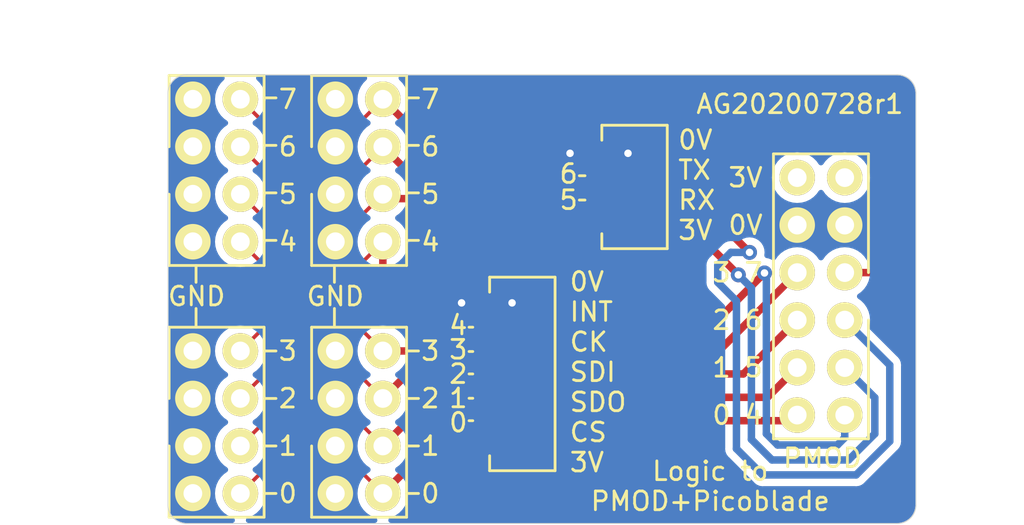
<source format=kicad_pcb>
(kicad_pcb (version 20221018) (generator pcbnew)
  (layers (0 "F.Cu" signal) (31 "B.Cu" signal) (34 "B.Paste" user) (35 "F.Paste" user) (36 "B.SilkS" user "B.Silkscreen") (37 "F.SilkS" user "F.Silkscreen") (38 "B.Mask" user) (39 "F.Mask" user) (44 "Edge.Cuts" user))
  (net 0 "")
  (net 1 "/PMOD3")
  (net 2 "GND")
  (net 3 "/PMOD2")
  (net 4 "/PMOD1")
  (net 5 "/PMOD0")
  (net 6 "/PMOD4")
  (net 7 "/PMOD7")
  (net 8 "/PMOD6")
  (net 9 "/PMOD5")
  (footprint "agg:DIL-254P-08" (layer "F.Cu") (at 101.6 76.581 -90)
    (fp_text reference "J1")
    (fp_text value "SALEAE_0-3")
    (fp_line (start -5.08 -2.54) (end 5.08 -2.54) (stroke (width 0.15)) (layer "F.SilkS"))
    (fp_line (start -5.08 2.54) (end -5.08 -2.54) (stroke (width 0.15)) (layer "F.SilkS"))
    (fp_line (start -1.27 2.54) (end -5.08 2.54) (stroke (width 0.15)) (layer "F.SilkS"))
    (fp_line (start 5.08 -2.54) (end 5.08 2.54) (stroke (width 0.15)) (layer "F.SilkS"))
    (fp_line (start 5.08 2.54) (end 1.27 2.54) (stroke (width 0.15)) (layer "F.SilkS"))
    (pad "1" thru_hole circle (at -3.81 1.27 270) (size 1.9 1.9) (drill 1) (layers "*.Cu" "*.Mask" "F.SilkS") (net 2 "GND"))
    (pad "2" thru_hole circle (at -3.81 -1.27 270) (size 1.9 1.9) (drill 1) (layers "*.Cu" "*.Mask" "F.SilkS") (net 1 "/PMOD3"))
    (pad "3" thru_hole circle (at -1.27 1.27 270) (size 1.9 1.9) (drill 1) (layers "*.Cu" "*.Mask" "F.SilkS") (net 2 "GND"))
    (pad "4" thru_hole circle (at -1.27 -1.27 270) (size 1.9 1.9) (drill 1) (layers "*.Cu" "*.Mask" "F.SilkS") (net 3 "/PMOD2"))
    (pad "5" thru_hole circle (at 1.27 1.27 270) (size 1.9 1.9) (drill 1) (layers "*.Cu" "*.Mask" "F.SilkS") (net 2 "GND"))
    (pad "6" thru_hole circle (at 1.27 -1.27 270) (size 1.9 1.9) (drill 1) (layers "*.Cu" "*.Mask" "F.SilkS") (net 4 "/PMOD1"))
    (pad "7" thru_hole circle (at 3.81 1.27 270) (size 1.9 1.9) (drill 1) (layers "*.Cu" "*.Mask" "F.SilkS") (net 2 "GND"))
    (pad "8" thru_hole circle (at 3.81 -1.27 270) (size 1.9 1.9) (drill 1) (layers "*.Cu" "*.Mask" "F.SilkS") (net 5 "/PMOD0"))
  )
  (footprint "agg:DIL-254P-08" (layer "F.Cu") (at 109.22 76.581 -90)
    (fp_text reference "J2")
    (fp_text value "SALEAE_0-3")
    (fp_line (start -5.08 -2.54) (end 5.08 -2.54) (stroke (width 0.15)) (layer "F.SilkS"))
    (fp_line (start -5.08 2.54) (end -5.08 -2.54) (stroke (width 0.15)) (layer "F.SilkS"))
    (fp_line (start -1.27 2.54) (end -5.08 2.54) (stroke (width 0.15)) (layer "F.SilkS"))
    (fp_line (start 5.08 -2.54) (end 5.08 2.54) (stroke (width 0.15)) (layer "F.SilkS"))
    (fp_line (start 5.08 2.54) (end 1.27 2.54) (stroke (width 0.15)) (layer "F.SilkS"))
    (pad "1" thru_hole circle (at -3.81 1.27 270) (size 1.9 1.9) (drill 1) (layers "*.Cu" "*.Mask" "F.SilkS") (net 2 "GND"))
    (pad "2" thru_hole circle (at -3.81 -1.27 270) (size 1.9 1.9) (drill 1) (layers "*.Cu" "*.Mask" "F.SilkS") (net 1 "/PMOD3"))
    (pad "3" thru_hole circle (at -1.27 1.27 270) (size 1.9 1.9) (drill 1) (layers "*.Cu" "*.Mask" "F.SilkS") (net 2 "GND"))
    (pad "4" thru_hole circle (at -1.27 -1.27 270) (size 1.9 1.9) (drill 1) (layers "*.Cu" "*.Mask" "F.SilkS") (net 3 "/PMOD2"))
    (pad "5" thru_hole circle (at 1.27 1.27 270) (size 1.9 1.9) (drill 1) (layers "*.Cu" "*.Mask" "F.SilkS") (net 2 "GND"))
    (pad "6" thru_hole circle (at 1.27 -1.27 270) (size 1.9 1.9) (drill 1) (layers "*.Cu" "*.Mask" "F.SilkS") (net 4 "/PMOD1"))
    (pad "7" thru_hole circle (at 3.81 1.27 270) (size 1.9 1.9) (drill 1) (layers "*.Cu" "*.Mask" "F.SilkS") (net 2 "GND"))
    (pad "8" thru_hole circle (at 3.81 -1.27 270) (size 1.9 1.9) (drill 1) (layers "*.Cu" "*.Mask" "F.SilkS") (net 5 "/PMOD0"))
  )
  (footprint "agg:DIL-254P-12" (layer "F.Cu") (at 133.92 69.85 90)
    (fp_text reference "J4")
    (fp_text value "PMOD")
    (fp_line (start -7.62 -2.54) (end 7.62 -2.54) (stroke (width 0.15)) (layer "F.SilkS"))
    (fp_line (start -7.62 2.54) (end -7.62 -2.54) (stroke (width 0.15)) (layer "F.SilkS"))
    (fp_line (start -1.27 2.54) (end -7.62 2.54) (stroke (width 0.15)) (layer "F.SilkS"))
    (fp_line (start 7.62 -2.54) (end 7.62 2.54) (stroke (width 0.15)) (layer "F.SilkS"))
    (fp_line (start 7.62 2.54) (end 1.27 2.54) (stroke (width 0.15)) (layer "F.SilkS"))
    (pad "1" thru_hole circle (at -6.35 1.27 90) (size 1.9 1.9) (drill 1) (layers "*.Cu" "*.Mask" "F.SilkS") (net 6 "/PMOD4"))
    (pad "2" thru_hole circle (at -6.35 -1.27 90) (size 1.9 1.9) (drill 1) (layers "*.Cu" "*.Mask" "F.SilkS") (net 5 "/PMOD0"))
    (pad "3" thru_hole circle (at -3.81 1.27 90) (size 1.9 1.9) (drill 1) (layers "*.Cu" "*.Mask" "F.SilkS") (net 9 "/PMOD5"))
    (pad "4" thru_hole circle (at -3.81 -1.27 90) (size 1.9 1.9) (drill 1) (layers "*.Cu" "*.Mask" "F.SilkS") (net 4 "/PMOD1"))
    (pad "5" thru_hole circle (at -1.27 1.27 90) (size 1.9 1.9) (drill 1) (layers "*.Cu" "*.Mask" "F.SilkS") (net 8 "/PMOD6"))
    (pad "6" thru_hole circle (at -1.27 -1.27 90) (size 1.9 1.9) (drill 1) (layers "*.Cu" "*.Mask" "F.SilkS") (net 3 "/PMOD2"))
    (pad "7" thru_hole circle (at 1.27 1.27 90) (size 1.9 1.9) (drill 1) (layers "*.Cu" "*.Mask" "F.SilkS") (net 7 "/PMOD7"))
    (pad "8" thru_hole circle (at 1.27 -1.27 90) (size 1.9 1.9) (drill 1) (layers "*.Cu" "*.Mask" "F.SilkS") (net 1 "/PMOD3"))
    (pad "9" thru_hole circle (at 3.81 1.27 90) (size 1.9 1.9) (drill 1) (layers "*.Cu" "*.Mask" "F.SilkS") (net 2 "GND"))
    (pad "10" thru_hole circle (at 3.81 -1.27 90) (size 1.9 1.9) (drill 1) (layers "*.Cu" "*.Mask" "F.SilkS") (net 2 "GND"))
    (pad "11" thru_hole circle (at 6.35 1.27 90) (size 1.9 1.9) (drill 1) (layers "*.Cu" "*.Mask" "F.SilkS"))
    (pad "12" thru_hole circle (at 6.35 -1.27 90) (size 1.9 1.9) (drill 1) (layers "*.Cu" "*.Mask" "F.SilkS"))
  )
  (footprint "agg:DIL-254P-08" (layer "F.Cu") (at 101.6 63.119 -90)
    (fp_text reference "J5")
    (fp_text value "SALEAE_4-7")
    (fp_line (start -5.08 -2.54) (end 5.08 -2.54) (stroke (width 0.15)) (layer "F.SilkS"))
    (fp_line (start -5.08 2.54) (end -5.08 -2.54) (stroke (width 0.15)) (layer "F.SilkS"))
    (fp_line (start -1.27 2.54) (end -5.08 2.54) (stroke (width 0.15)) (layer "F.SilkS"))
    (fp_line (start 5.08 -2.54) (end 5.08 2.54) (stroke (width 0.15)) (layer "F.SilkS"))
    (fp_line (start 5.08 2.54) (end 1.27 2.54) (stroke (width 0.15)) (layer "F.SilkS"))
    (pad "1" thru_hole circle (at -3.81 1.27 270) (size 1.9 1.9) (drill 1) (layers "*.Cu" "*.Mask" "F.SilkS") (net 2 "GND"))
    (pad "2" thru_hole circle (at -3.81 -1.27 270) (size 1.9 1.9) (drill 1) (layers "*.Cu" "*.Mask" "F.SilkS") (net 7 "/PMOD7"))
    (pad "3" thru_hole circle (at -1.27 1.27 270) (size 1.9 1.9) (drill 1) (layers "*.Cu" "*.Mask" "F.SilkS") (net 2 "GND"))
    (pad "4" thru_hole circle (at -1.27 -1.27 270) (size 1.9 1.9) (drill 1) (layers "*.Cu" "*.Mask" "F.SilkS") (net 8 "/PMOD6"))
    (pad "5" thru_hole circle (at 1.27 1.27 270) (size 1.9 1.9) (drill 1) (layers "*.Cu" "*.Mask" "F.SilkS") (net 2 "GND"))
    (pad "6" thru_hole circle (at 1.27 -1.27 270) (size 1.9 1.9) (drill 1) (layers "*.Cu" "*.Mask" "F.SilkS") (net 9 "/PMOD5"))
    (pad "7" thru_hole circle (at 3.81 1.27 270) (size 1.9 1.9) (drill 1) (layers "*.Cu" "*.Mask" "F.SilkS") (net 2 "GND"))
    (pad "8" thru_hole circle (at 3.81 -1.27 270) (size 1.9 1.9) (drill 1) (layers "*.Cu" "*.Mask" "F.SilkS") (net 6 "/PMOD4"))
  )
  (footprint "agg:DIL-254P-08" (layer "F.Cu") (at 109.22 63.119 -90)
    (fp_text reference "J6")
    (fp_text value "SALEAE_4-7")
    (fp_line (start -5.08 -2.54) (end 5.08 -2.54) (stroke (width 0.15)) (layer "F.SilkS"))
    (fp_line (start -5.08 2.54) (end -5.08 -2.54) (stroke (width 0.15)) (layer "F.SilkS"))
    (fp_line (start -1.27 2.54) (end -5.08 2.54) (stroke (width 0.15)) (layer "F.SilkS"))
    (fp_line (start 5.08 -2.54) (end 5.08 2.54) (stroke (width 0.15)) (layer "F.SilkS"))
    (fp_line (start 5.08 2.54) (end 1.27 2.54) (stroke (width 0.15)) (layer "F.SilkS"))
    (pad "1" thru_hole circle (at -3.81 1.27 270) (size 1.9 1.9) (drill 1) (layers "*.Cu" "*.Mask" "F.SilkS") (net 2 "GND"))
    (pad "2" thru_hole circle (at -3.81 -1.27 270) (size 1.9 1.9) (drill 1) (layers "*.Cu" "*.Mask" "F.SilkS") (net 7 "/PMOD7"))
    (pad "3" thru_hole circle (at -1.27 1.27 270) (size 1.9 1.9) (drill 1) (layers "*.Cu" "*.Mask" "F.SilkS") (net 2 "GND"))
    (pad "4" thru_hole circle (at -1.27 -1.27 270) (size 1.9 1.9) (drill 1) (layers "*.Cu" "*.Mask" "F.SilkS") (net 8 "/PMOD6"))
    (pad "5" thru_hole circle (at 1.27 1.27 270) (size 1.9 1.9) (drill 1) (layers "*.Cu" "*.Mask" "F.SilkS") (net 2 "GND"))
    (pad "6" thru_hole circle (at 1.27 -1.27 270) (size 1.9 1.9) (drill 1) (layers "*.Cu" "*.Mask" "F.SilkS") (net 9 "/PMOD5"))
    (pad "7" thru_hole circle (at 3.81 1.27 270) (size 1.9 1.9) (drill 1) (layers "*.Cu" "*.Mask" "F.SilkS") (net 2 "GND"))
    (pad "8" thru_hole circle (at 3.81 -1.27 270) (size 1.9 1.9) (drill 1) (layers "*.Cu" "*.Mask" "F.SilkS") (net 6 "/PMOD4"))
  )
  (footprint "agg:MOLEX-PICOBLADE-53398-0771" (layer "F.Cu") (at 116 74 90)
    (fp_text reference "J3")
    (fp_text value "SPI")
    (fp_line (start -5.175 0.2) (end -5.175 3.7) (stroke (width 0.15)) (layer "F.SilkS"))
    (fp_line (start -5.175 3.7) (end 5.175 3.7) (stroke (width 0.15)) (layer "F.SilkS"))
    (fp_line (start -4.375 0.2) (end -5.175 0.2) (stroke (width 0.15)) (layer "F.SilkS"))
    (fp_line (start 4.375 0.2) (end 5.175 0.2) (stroke (width 0.15)) (layer "F.SilkS"))
    (fp_line (start 5.175 3.7) (end 5.175 0.2) (stroke (width 0.15)) (layer "F.SilkS"))
    (pad "" smd rect (at -6.3 2.75 90) (size 2.1 3) (layers "F.Cu" "F.Paste" "F.Mask"))
    (pad "" smd rect (at 6.3 2.75 90) (size 2.1 3) (layers "F.Cu" "F.Paste" "F.Mask"))
    (pad "1" smd rect (at -3.75 0 90) (size 0.8 1.3) (layers "F.Cu" "F.Paste" "F.Mask"))
    (pad "2" smd rect (at -2.5 0 90) (size 0.8 1.3) (layers "F.Cu" "F.Paste" "F.Mask") (net 5 "/PMOD0"))
    (pad "3" smd rect (at -1.25 0 90) (size 0.8 1.3) (layers "F.Cu" "F.Paste" "F.Mask") (net 4 "/PMOD1"))
    (pad "4" smd rect (at 0 0 90) (size 0.8 1.3) (layers "F.Cu" "F.Paste" "F.Mask") (net 3 "/PMOD2"))
    (pad "5" smd rect (at 1.25 0 90) (size 0.8 1.3) (layers "F.Cu" "F.Paste" "F.Mask") (net 1 "/PMOD3"))
    (pad "6" smd rect (at 2.5 0 90) (size 0.8 1.3) (layers "F.Cu" "F.Paste" "F.Mask") (net 6 "/PMOD4"))
    (pad "7" smd rect (at 3.75 0 90) (size 0.8 1.3) (layers "F.Cu" "F.Paste" "F.Mask") (net 2 "GND"))
  )
  (footprint "agg:MOLEX-PICOBLADE-53398-0471" (layer "F.Cu") (at 122 64 90)
    (fp_text reference "J7")
    (fp_text value "UART")
    (fp_line (start -3.3 0.2) (end -3.3 3.7) (stroke (width 0.15)) (layer "F.SilkS"))
    (fp_line (start -3.3 3.7) (end 3.3 3.7) (stroke (width 0.15)) (layer "F.SilkS"))
    (fp_line (start -2.5 0.2) (end -3.3 0.2) (stroke (width 0.15)) (layer "F.SilkS"))
    (fp_line (start 2.5 0.2) (end 3.3 0.2) (stroke (width 0.15)) (layer "F.SilkS"))
    (fp_line (start 3.3 3.7) (end 3.3 0.2) (stroke (width 0.15)) (layer "F.SilkS"))
    (pad "" smd rect (at -4.425 2.75 90) (size 2.1 3) (layers "F.Cu" "F.Paste" "F.Mask"))
    (pad "" smd rect (at 4.425 2.75 90) (size 2.1 3) (layers "F.Cu" "F.Paste" "F.Mask"))
    (pad "1" smd rect (at -1.875 0 90) (size 0.8 1.3) (layers "F.Cu" "F.Paste" "F.Mask"))
    (pad "2" smd rect (at -0.625 0 90) (size 0.8 1.3) (layers "F.Cu" "F.Paste" "F.Mask") (net 9 "/PMOD5"))
    (pad "3" smd rect (at 0.625 0 90) (size 0.8 1.3) (layers "F.Cu" "F.Paste" "F.Mask") (net 8 "/PMOD6"))
    (pad "4" smd rect (at 1.875 0 90) (size 0.8 1.3) (layers "F.Cu" "F.Paste" "F.Mask") (net 2 "GND"))
  )
  (gr_line (start 104.14 72.771) (end 104.775 72.771) (stroke (width 0.15)) (layer "F.SilkS"))
  (gr_line (start 104.775 75.311) (end 104.14 75.311) (stroke (width 0.15)) (layer "F.SilkS"))
  (gr_line (start 104.775 80.391) (end 104.14 80.391) (stroke (width 0.15)) (layer "F.SilkS"))
  (gr_line (start 104.14 77.851) (end 104.775 77.851) (stroke (width 0.15)) (layer "F.SilkS"))
  (gr_line (start 111.76 59.236) (end 112.395 59.236) (stroke (width 0.15)) (layer "F.SilkS"))
  (gr_line (start 112.395 75.311) (end 111.76 75.311) (stroke (width 0.15)) (layer "F.SilkS"))
  (gr_line (start 112.395 61.776) (end 111.76 61.776) (stroke (width 0.15)) (layer "F.SilkS"))
  (gr_line (start 112.395 80.391) (end 111.76 80.391) (stroke (width 0.15)) (layer "F.SilkS"))
  (gr_line (start 111.76 77.851) (end 112.395 77.851) (stroke (width 0.15)) (layer "F.SilkS"))
  (gr_line (start 112.395 66.856) (end 111.76 66.856) (stroke (width 0.15)) (layer "F.SilkS"))
  (gr_line (start 111.76 72.771) (end 112.395 72.771) (stroke (width 0.15)) (layer "F.SilkS"))
  (gr_line (start 111.76 64.316) (end 112.395 64.316) (stroke (width 0.15)) (layer "F.SilkS"))
  (gr_line (start 104.775 61.776) (end 104.14 61.776) (stroke (width 0.15)) (layer "F.SilkS"))
  (gr_line (start 100.5 69.1) (end 100.5 68.2) (stroke (width 0.15)) (layer "F.SilkS"))
  (gr_line (start 107.9 70.5) (end 107.9 71.5) (stroke (width 0.15)) (layer "F.SilkS"))
  (gr_line (start 104.14 64.316) (end 104.775 64.316) (stroke (width 0.15)) (layer "F.SilkS"))
  (gr_line (start 107.9 69.1) (end 107.9 68.2) (stroke (width 0.15)) (layer "F.SilkS"))
  (gr_line (start 104.14 59.236) (end 104.775 59.236) (stroke (width 0.15)) (layer "F.SilkS"))
  (gr_line (start 115.1 72.8) (end 115.3 72.8) (stroke (width 0.15)) (layer "F.SilkS"))
  (gr_line (start 121 63.4) (end 121.3 63.4) (stroke (width 0.15)) (layer "F.SilkS"))
  (gr_line (start 100.5 70.5) (end 100.5 71.5) (stroke (width 0.15)) (layer "F.SilkS"))
  (gr_line (start 115.1 74) (end 115.3 74) (stroke (width 0.15)) (layer "F.SilkS"))
  (gr_line (start 104.775 66.856) (end 104.14 66.856) (stroke (width 0.15)) (layer "F.SilkS"))
  (gr_line (start 121 64.7) (end 121.3 64.7) (stroke (width 0.15)) (layer "F.SilkS"))
  (gr_line (start 115.1 76.5) (end 115.3 76.5) (stroke (width 0.15)) (layer "F.SilkS"))
  (gr_line (start 115.1 75.3) (end 115.3 75.3) (stroke (width 0.15)) (layer "F.SilkS"))
  (gr_line (start 115.1 71.5) (end 115.3 71.5) (stroke (width 0.15)) (layer "F.SilkS"))
  (gr_line (start 138 82) (end 100 82) (stroke (width 0.05)) (layer "Edge.Cuts"))
  (gr_arc (start 139 81) (mid 138.707107 81.707107) (end 138 82) (stroke (width 0.05)) (layer "Edge.Cuts"))
  (gr_arc (start 100 82) (mid 99.292893 81.707107) (end 99 81) (stroke (width 0.05)) (layer "Edge.Cuts"))
  (gr_arc (start 99 59) (mid 99.292893 58.292893) (end 100 58) (stroke (width 0.05)) (layer "Edge.Cuts"))
  (gr_line (start 139 59) (end 139 81) (stroke (width 0.05)) (layer "Edge.Cuts"))
  (gr_arc (start 138 58) (mid 138.707107 58.292893) (end 139 59) (stroke (width 0.05)) (layer "Edge.Cuts"))
  (gr_line (start 100 58) (end 138 58) (stroke (width 0.05)) (layer "Edge.Cuts"))
  (gr_line (start 99 81) (end 99 59) (stroke (width 0.05)) (layer "Edge.Cuts"))
  (gr_text "GND" (at 107.95 69.85) (layer "F.SilkS") (effects (font (size 1 1))))
  (gr_text "GND" (at 100.53 69.85) (layer "F.SilkS") (effects (font (size 1 1))))
  (gr_text "6" (at 113.03 61.849) (layer "F.SilkS") (effects (font (size 1 1))))
  (gr_text "7" (at 113.03 59.309) (layer "F.SilkS") (effects (font (size 1 1))))
  (gr_text "4" (at 113.03 66.929) (layer "F.SilkS") (effects (font (size 1 1))))
  (gr_text "0" (at 113.03 80.391) (layer "F.SilkS") (effects (font (size 1 1))))
  (gr_text "2" (at 113.03 75.311) (layer "F.SilkS") (effects (font (size 1 1))))
  (gr_text "5" (at 113.03 64.389) (layer "F.SilkS") (effects (font (size 1 1))))
  (gr_text "3" (at 113.03 72.771) (layer "F.SilkS") (effects (font (size 1 1))))
  (gr_text "1" (at 113.03 77.851) (layer "F.SilkS") (effects (font (size 1 1))))
  (gr_text "6" (at 105.41 61.849) (layer "F.SilkS") (effects (font (size 1 1))))
  (gr_text "1" (at 115.1 75.3) (layer "F.SilkS") (effects (font (size 1 1)) (justify right)))
  (gr_text "7" (at 105.41 59.309) (layer "F.SilkS") (effects (font (size 1 1))))
  (gr_text "0V" (at 130.89 66.04) (layer "F.SilkS") (effects (font (size 1 1)) (justify right)))
  (gr_text "0" (at 115.1 76.6) (layer "F.SilkS") (effects (font (size 1 1)) (justify right)))
  (gr_text "PMOD" (at 134 78.5) (layer "F.SilkS") (effects (font (size 1 1))))
  (gr_text "1 5" (at 130.89 73.66) (layer "F.SilkS") (effects (font (size 1 1)) (justify right)))
  (gr_text "2 6" (at 130.89 71.12) (layer "F.SilkS") (effects (font (size 1 1)) (justify right)))
  (gr_text "4" (at 115.1 71.4) (layer "F.SilkS") (effects (font (size 1 1)) (justify right)))
  (gr_text "5" (at 105.41 64.389) (layer "F.SilkS") (effects (font (size 1 1))))
  (gr_text "6" (at 121 63.3) (layer "F.SilkS") (effects (font (size 1 1)) (justify right)))
  (gr_text "3 7" (at 130.89 68.58) (layer "F.SilkS") (effects (font (size 1 1)) (justify right)))
  (gr_text "0" (at 105.41 80.391) (layer "F.SilkS") (effects (font (size 1 1))))
  (gr_text "Logic to\nPMOD+Picoblade" (at 128 80) (layer "F.SilkS") (effects (font (size 1 1))))
  (gr_text "2" (at 105.41 75.311) (layer "F.SilkS") (effects (font (size 1 1))))
  (gr_text "2" (at 115.1 74) (layer "F.SilkS") (effects (font (size 1 1)) (justify right)))
  (gr_text "3" (at 115.1 72.7) (layer "F.SilkS") (effects (font (size 1 1)) (justify right)))
  (gr_text "0 4" (at 130.89 76.2) (layer "F.SilkS") (effects (font (size 1 1)) (justify right)))
  (gr_text "1" (at 105.41 77.851) (layer "F.SilkS") (effects (font (size 1 1))))
  (gr_text "0V\nTX\nRX\n3V" (at 126.2 63.9) (layer "F.SilkS") (effects (font (size 1 1)) (justify left)))
  (gr_text "4" (at 105.41 66.929) (layer "F.SilkS") (effects (font (size 1 1))))
  (gr_text "3V" (at 130.89 63.5) (layer "F.SilkS") (effects (font (size 1 1)) (justify right)))
  (gr_text "0V\nINT\nCK\nSDI\nSDO\nCS\n3V" (at 120.4 73.9) (layer "F.SilkS") (effects (font (size 1 1)) (justify left)))
  (gr_text "AG20200728r1" (at 132.79 59.57) (layer "F.SilkS") (effects (font (size 1 1))))
  (gr_text "3" (at 105.41 72.771) (layer "F.SilkS") (effects (font (size 1 1))))
  (gr_text "5" (at 121 64.7) (layer "F.SilkS") (effects (font (size 1 1)) (justify right)))
  (segment (start 115.979 72.771) (end 116 72.75) (width 0.4) (layer "F.Cu") (net 1))
  (segment (start 116 72.75) (end 128.48 72.75) (width 0.4) (layer "F.Cu") (net 1))
  (segment (start 110.49 72.771) (end 115.979 72.771) (width 0.4) (layer "F.Cu") (net 1))
  (segment (start 102.87 72.771) (end 104.120001 71.520999) (width 0.2) (layer "F.Cu") (net 1))
  (segment (start 128.48 72.75) (end 132.65 68.58) (width 0.4) (layer "F.Cu") (net 1))
  (segment (start 109.239999 71.520999) (end 110.49 72.771) (width 0.2) (layer "F.Cu") (net 1))
  (segment (start 104.120001 71.520999) (end 109.239999 71.520999) (width 0.2) (layer "F.Cu") (net 1))
  (segment (start 122 62.125) (end 120.575 62.125) (width 0.4) (layer "F.Cu") (net 2))
  (segment (start 123.525 62.125) (end 123.6 62.2) (width 0.4) (layer "F.Cu") (net 2))
  (segment (start 114.75 70.25) (end 114.7 70.2) (width 0.4) (layer "F.Cu") (net 2))
  (segment (start 116 70.25) (end 114.75 70.25) (width 0.4) (layer "F.Cu") (net 2))
  (segment (start 116 70.25) (end 117.35 70.25) (width 0.4) (layer "F.Cu") (net 2))
  (segment (start 122 62.125) (end 123.525 62.125) (width 0.4) (layer "F.Cu") (net 2))
  (segment (start 117.35 70.25) (end 117.4 70.2) (width 0.4) (layer "F.Cu") (net 2))
  (segment (start 120.575 62.125) (end 120.5 62.2) (width 0.4) (layer "F.Cu") (net 2))
  (via (at 114.7 70.2) (size 0.8) (drill 0.4) (layers "F.Cu" "B.Cu") (net 2))
  (via (at 123.6 62.2) (size 0.8) (drill 0.4) (layers "F.Cu" "B.Cu") (net 2))
  (via (at 120.5 62.2) (size 0.8) (drill 0.4) (layers "F.Cu" "B.Cu") (net 2))
  (via (at 117.4 70.2) (size 0.8) (drill 0.4) (layers "F.Cu" "B.Cu") (net 2))
  (segment (start 104.120001 74.060999) (end 109.239999 74.060999) (width 0.2) (layer "F.Cu") (net 3))
  (segment (start 109.239999 74.060999) (end 110.49 75.311) (width 0.2) (layer "F.Cu") (net 3))
  (segment (start 111.801 74) (end 116 74) (width 0.4) (layer "F.Cu") (net 3))
  (segment (start 116 74) (end 129.77 74) (width 0.4) (layer "F.Cu") (net 3))
  (segment (start 110.49 75.311) (end 111.801 74) (width 0.4) (layer "F.Cu") (net 3))
  (segment (start 102.87 75.311) (end 104.120001 74.060999) (width 0.2) (layer "F.Cu") (net 3))
  (segment (start 129.77 74) (end 132.65 71.12) (width 0.4) (layer "F.Cu") (net 3))
  (segment (start 109.200001 76.561001) (end 110.49 77.851) (width 0.2) (layer "F.Cu") (net 4))
  (segment (start 131.06 75.25) (end 132.65 73.66) (width 0.4) (layer "F.Cu") (net 4))
  (segment (start 116 75.25) (end 131.06 75.25) (width 0.4) (layer "F.Cu") (net 4))
  (segment (start 110.49 77.851) (end 113.091 75.25) (width 0.4) (layer "F.Cu") (net 4))
  (segment (start 102.87 77.851) (end 104.159999 76.561001) (width 0.2) (layer "F.Cu") (net 4))
  (segment (start 113.091 75.25) (end 116 75.25) (width 0.4) (layer "F.Cu") (net 4))
  (segment (start 104.159999 76.561001) (end 109.200001 76.561001) (width 0.2) (layer "F.Cu") (net 4))
  (segment (start 109.200001 79.101001) (end 110.49 80.391) (width 0.2) (layer "F.Cu") (net 5))
  (segment (start 102.87 80.391) (end 104.159999 79.101001) (width 0.2) (layer "F.Cu") (net 5))
  (segment (start 104.159999 79.101001) (end 109.200001 79.101001) (width 0.2) (layer "F.Cu") (net 5))
  (segment (start 110.49 80.391) (end 114.381 76.5) (width 0.4) (layer "F.Cu") (net 5))
  (segment (start 114.381 76.5) (end 116 76.5) (width 0.4) (layer "F.Cu") (net 5))
  (segment (start 132.35 76.5) (end 132.65 76.2) (width 0.4) (layer "F.Cu") (net 5))
  (segment (start 116 76.5) (end 132.35 76.5) (width 0.4) (layer "F.Cu") (net 5))
  (segment (start 111.6 71.5) (end 110.49 70.39) (width 0.4) (layer "F.Cu") (net 6))
  (segment (start 102.87 66.929) (end 104.120001 68.179001) (width 0.2) (layer "F.Cu") (net 6))
  (segment (start 104.120001 68.179001) (end 109.239999 68.179001) (width 0.2) (layer "F.Cu") (net 6))
  (segment (start 116 71.5) (end 111.6 71.5) (width 0.4) (layer "F.Cu") (net 6))
  (segment (start 130.9 68.6) (end 128 71.5) (width 0.4) (layer "F.Cu") (net 6))
  (segment (start 128 71.5) (end 116 71.5) (width 0.4) (layer "F.Cu") (net 6))
  (segment (start 110.49 70.39) (end 110.49 66.929) (width 0.4) (layer "F.Cu") (net 6))
  (segment (start 109.239999 68.179001) (end 110.49 66.929) (width 0.2) (layer "F.Cu") (net 6))
  (via (at 130.9 68.6) (size 0.8) (drill 0.4) (layers "F.Cu" "B.Cu") (net 6))
  (segment (start 131 77.2) (end 131 68.7) (width 0.4) (layer "B.Cu") (net 6))
  (segment (start 135.19 77.41) (end 134.8 77.8) (width 0.4) (layer "B.Cu") (net 6))
  (segment (start 135.19 76.2) (end 135.19 77.41) (width 0.4) (layer "B.Cu") (net 6))
  (segment (start 131.6 77.8) (end 131 77.2) (width 0.4) (layer "B.Cu") (net 6))
  (segment (start 131 68.7) (end 130.9 68.6) (width 0.4) (layer "B.Cu") (net 6))
  (segment (start 134.8 77.8) (end 131.6 77.8) (width 0.4) (layer "B.Cu") (net 6))
  (segment (start 102.87 59.309) (end 104.120001 60.559001) (width 0.2) (layer "F.Cu") (net 7))
  (segment (start 136.5 61.2) (end 112.381 61.2) (width 0.4) (layer "F.Cu") (net 7))
  (segment (start 109.239999 60.559001) (end 110.49 59.309) (width 0.2) (layer "F.Cu") (net 7))
  (segment (start 136.72 68.58) (end 137.1 68.2) (width 0.4) (layer "F.Cu") (net 7))
  (segment (start 135.19 68.58) (end 136.72 68.58) (width 0.4) (layer "F.Cu") (net 7))
  (segment (start 104.120001 60.559001) (end 109.239999 60.559001) (width 0.2) (layer "F.Cu") (net 7))
  (segment (start 137.1 68.2) (end 137.1 61.8) (width 0.4) (layer "F.Cu") (net 7))
  (segment (start 112.381 61.2) (end 110.49 59.309) (width 0.4) (layer "F.Cu") (net 7))
  (segment (start 137.1 61.8) (end 136.5 61.2) (width 0.4) (layer "F.Cu") (net 7))
  (segment (start 130.1 67.5) (end 125.975 63.375) (width 0.4) (layer "F.Cu") (net 8))
  (segment (start 104.120001 63.099001) (end 109.239999 63.099001) (width 0.2) (layer "F.Cu") (net 8))
  (segment (start 109.239999 63.099001) (end 110.49 61.849) (width 0.2) (layer "F.Cu") (net 8))
  (segment (start 122 63.375) (end 112.016 63.375) (width 0.4) (layer "F.Cu") (net 8))
  (segment (start 102.87 61.849) (end 104.120001 63.099001) (width 0.2) (layer "F.Cu") (net 8))
  (segment (start 112.016 63.375) (end 110.49 61.849) (width 0.4) (layer "F.Cu") (net 8))
  (segment (start 125.975 63.375) (end 122 63.375) (width 0.4) (layer "F.Cu") (net 8))
  (via (at 130.1 67.5) (size 0.8) (drill 0.4) (layers "F.Cu" "B.Cu") (net 8))
  (segment (start 137.6 77.6) (end 135.8 79.4) (width 0.4) (layer "B.Cu") (net 8))
  (segment (start 128.4 69.1) (end 128.4 68.2) (width 0.4) (layer "B.Cu") (net 8))
  (segment (start 129.4 78) (end 129.4 70.1) (width 0.4) (layer "B.Cu") (net 8))
  (segment (start 137.6 73.53) (end 137.6 77.6) (width 0.4) (layer "B.Cu") (net 8))
  (segment (start 135.19 71.12) (end 137.6 73.53) (width 0.4) (layer "B.Cu") (net 8))
  (segment (start 129.1 67.5) (end 130.1 67.5) (width 0.4) (layer "B.Cu") (net 8))
  (segment (start 130.8 79.4) (end 129.4 78) (width 0.4) (layer "B.Cu") (net 8))
  (segment (start 128.4 68.2) (end 129.1 67.5) (width 0.4) (layer "B.Cu") (net 8))
  (segment (start 129.4 70.1) (end 128.4 69.1) (width 0.4) (layer "B.Cu") (net 8))
  (segment (start 135.8 79.4) (end 130.8 79.4) (width 0.4) (layer "B.Cu") (net 8))
  (segment (start 110.726 64.625) (end 110.49 64.389) (width 0.4) (layer "F.Cu") (net 9))
  (segment (start 122 64.625) (end 110.726 64.625) (width 0.4) (layer "F.Cu") (net 9))
  (segment (start 102.87 64.389) (end 104.120001 65.639001) (width 0.2) (layer "F.Cu") (net 9))
  (segment (start 109.239999 65.639001) (end 110.49 64.389) (width 0.2) (layer "F.Cu") (net 9))
  (segment (start 122 64.625) (end 125.425 64.625) (width 0.4) (layer "F.Cu") (net 9))
  (segment (start 125.425 64.625) (end 129.5 68.7) (width 0.4) (layer "F.Cu") (net 9))
  (segment (start 104.120001 65.639001) (end 109.239999 65.639001) (width 0.2) (layer "F.Cu") (net 9))
  (via (at 129.5 68.7) (size 0.8) (drill 0.4) (layers "F.Cu" "B.Cu") (net 9))
  (segment (start 136.8 77.2) (end 135.4 78.6) (width 0.4) (layer "B.Cu") (net 9))
  (segment (start 130.2 77.5) (end 130.2 69.4) (width 0.4) (layer "B.Cu") (net 9))
  (segment (start 135.19 73.66) (end 136.8 75.27) (width 0.4) (layer "B.Cu") (net 9))
  (segment (start 136.8 75.27) (end 136.8 77.2) (width 0.4) (layer "B.Cu") (net 9))
  (segment (start 130.2 69.4) (end 129.5 68.7) (width 0.4) (layer "B.Cu") (net 9))
  (segment (start 131.3 78.6) (end 130.2 77.5) (width 0.4) (layer "B.Cu") (net 9))
  (segment (start 135.4 78.6) (end 131.3 78.6) (width 0.4) (layer "B.Cu") (net 9))
  (zone (net 2) (net_name "GND") (layer "B.Cu") (connect_pads yes (clearance 0.4)) (min_thickness 0.3) (fill yes (thermal_gap 0.4) (thermal_bridge_width 0.5) (smoothing fillet) (radius 1))
    (polygon (pts (xy 139 82) (xy 99 82) (xy 99 58) (xy 139 58)))
  )
)
</source>
